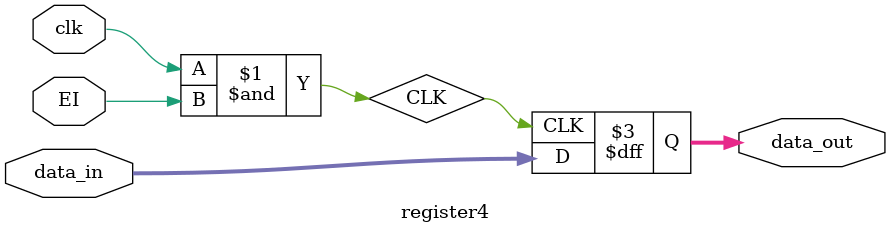
<source format=v>
`timescale 1ns/1ps
module register4(input clk, input [3:0] data_in, input EI, output reg [3:0] data_out);
wire CLK;
assign CLK=(clk & EI);
always @(posedge CLK)
begin
    data_out <= data_in;
end
endmodule
</source>
